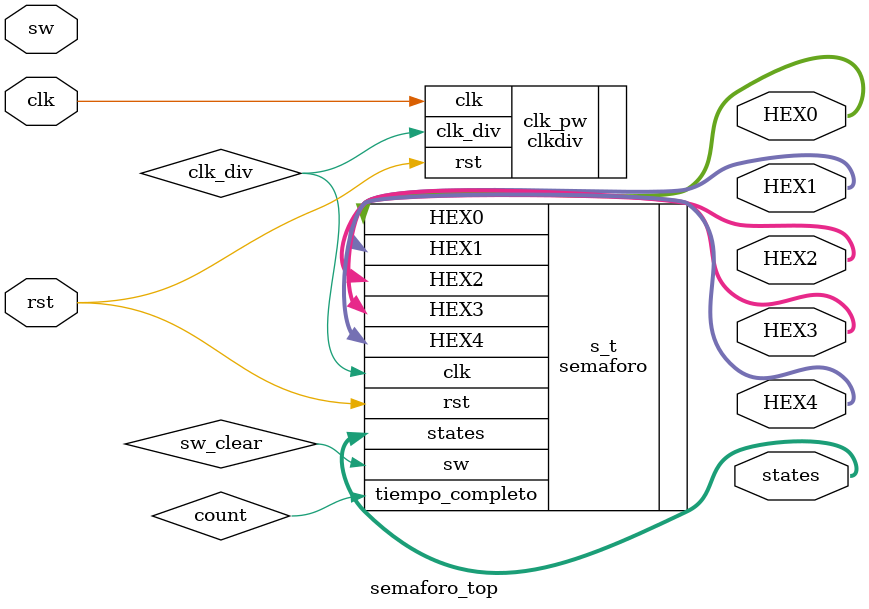
<source format=v>
module semaforo_top (
    input clk, rst,
    input [9:0] sw,
	 output [9:0] states,
    output [6:0] HEX4, HEX3, HEX2, HEX1, HEX0
);

    wire clk_div;
	 
    clkdiv#(.FREQ(10)) clk_pw(
        .clk(clk),
        .rst(rst),
        .clk_div(clk_div)
    );

    semaforo s_t(
        .clk(clk_div),
        .rst(rst),
        .sw(sw_clear),
		  .states(states),
		  .tiempo_completo(count),
        .HEX4(HEX4), 
        .HEX3(HEX3), 
        .HEX2(HEX2), 
        .HEX1(HEX1), 
        .HEX0(HEX0)
    );

endmodule
</source>
